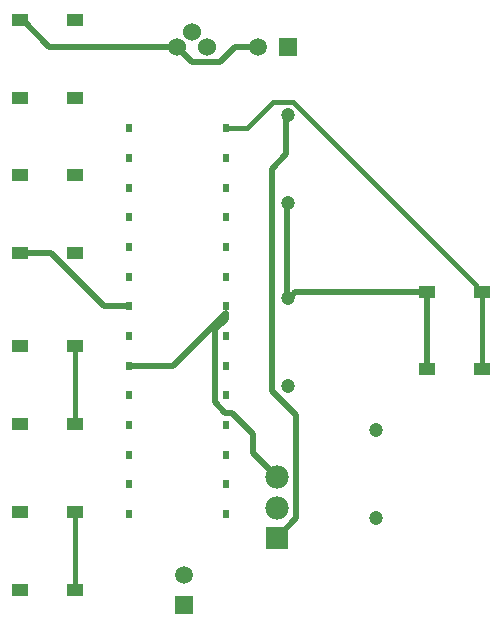
<source format=gbl>
G04*
G04 #@! TF.GenerationSoftware,Altium Limited,Altium Designer,20.2.5 (213)*
G04*
G04 Layer_Physical_Order=2*
G04 Layer_Color=16711680*
%FSLAX25Y25*%
%MOIN*%
G70*
G04*
G04 #@! TF.SameCoordinates,7ED66F81-9B57-4200-B134-EA852FC3A939*
G04*
G04*
G04 #@! TF.FilePolarity,Positive*
G04*
G01*
G75*
%ADD27C,0.02000*%
%ADD28C,0.01500*%
%ADD29R,0.05512X0.03937*%
%ADD30C,0.04724*%
%ADD31C,0.06008*%
%ADD32R,0.01850X0.02520*%
%ADD33R,0.05906X0.05906*%
%ADD34C,0.05906*%
%ADD35C,0.07795*%
%ADD36R,0.07795X0.07795*%
%ADD37R,0.05906X0.05906*%
D27*
X657629Y347087D02*
Y372913D01*
X611013Y371278D02*
Y402750D01*
X657629Y372913D02*
X613886D01*
X612001Y371028D01*
X611263D01*
X610763Y418819D02*
Y432528D01*
Y418819D02*
X605901Y413957D01*
Y339986D02*
Y413957D01*
X579267Y449496D02*
X574263Y454500D01*
X588697Y449496D02*
X579267D01*
X593701Y454500D02*
X588697Y449496D01*
X601263Y454500D02*
X593701D01*
X611013Y402750D02*
X610763Y403000D01*
X611263Y371028D02*
X611013Y371278D01*
X532275Y386000D02*
X522129D01*
X550157Y368118D02*
X532275Y386000D01*
X558362Y368118D02*
X550157D01*
X614161Y331726D02*
X605901Y339986D01*
X590763Y363858D02*
X589204Y362299D01*
X587035Y336167D02*
Y360542D01*
X590763Y363858D02*
Y365988D01*
X588792Y362299D02*
X587035Y360542D01*
X573130Y348354D02*
X558362D01*
X589204Y362299D02*
X588792D01*
X590763Y365988D02*
X573130Y348354D01*
X590548Y332653D02*
X587035Y336167D01*
X574263Y454500D02*
X531830D01*
X522917Y463413D01*
X522129D01*
X599694Y325693D02*
X592734Y332653D01*
X599694Y319148D02*
Y325693D01*
X607763Y311079D02*
X599694Y319148D01*
X592734Y332653D02*
X590548D01*
X614161Y297398D02*
Y331726D01*
Y297398D02*
X607763Y291000D01*
Y301039D02*
X606472D01*
D28*
X675110Y372913D02*
X673891Y374132D01*
X612967Y436112D02*
X606304D01*
X597601Y427410D01*
X673891Y375188D02*
X612967Y436112D01*
X673891Y374132D02*
Y375188D01*
X597601Y427410D02*
X590763D01*
X675897Y372913D02*
X675110D01*
X675897Y347087D02*
Y372913D01*
X540397Y273587D02*
Y299413D01*
Y329000D02*
Y354827D01*
D29*
X657629Y347087D02*
D03*
X675897D02*
D03*
Y372913D02*
D03*
X657629D02*
D03*
X522129Y437587D02*
D03*
X540397D02*
D03*
Y463413D02*
D03*
X522129D02*
D03*
Y386000D02*
D03*
X540397D02*
D03*
Y411827D02*
D03*
X522129D02*
D03*
Y329000D02*
D03*
X540397D02*
D03*
Y354827D02*
D03*
X522129D02*
D03*
Y273587D02*
D03*
X540397D02*
D03*
Y299413D02*
D03*
X522129D02*
D03*
D30*
X611263Y432000D02*
D03*
Y402472D02*
D03*
X640763Y327028D02*
D03*
Y297500D02*
D03*
X611263Y371028D02*
D03*
Y341500D02*
D03*
D31*
X584263Y454500D02*
D03*
X579263Y459500D02*
D03*
X574263Y454500D02*
D03*
D32*
X590763Y378000D02*
D03*
Y397764D02*
D03*
Y368118D02*
D03*
Y358236D02*
D03*
Y338472D02*
D03*
Y348354D02*
D03*
Y387882D02*
D03*
Y407646D02*
D03*
Y417528D02*
D03*
Y427410D02*
D03*
Y328591D02*
D03*
Y318709D02*
D03*
Y308827D02*
D03*
Y298945D02*
D03*
X558362Y387882D02*
D03*
Y378000D02*
D03*
Y368118D02*
D03*
Y358236D02*
D03*
Y348354D02*
D03*
Y338472D02*
D03*
Y397764D02*
D03*
Y407646D02*
D03*
Y417528D02*
D03*
Y427410D02*
D03*
Y328591D02*
D03*
Y318709D02*
D03*
Y308827D02*
D03*
Y298945D02*
D03*
D33*
X576763Y268500D02*
D03*
D34*
Y278500D02*
D03*
X601263Y454500D02*
D03*
D35*
X607763Y311079D02*
D03*
Y301039D02*
D03*
D36*
Y291000D02*
D03*
D37*
X611263Y454500D02*
D03*
M02*

</source>
